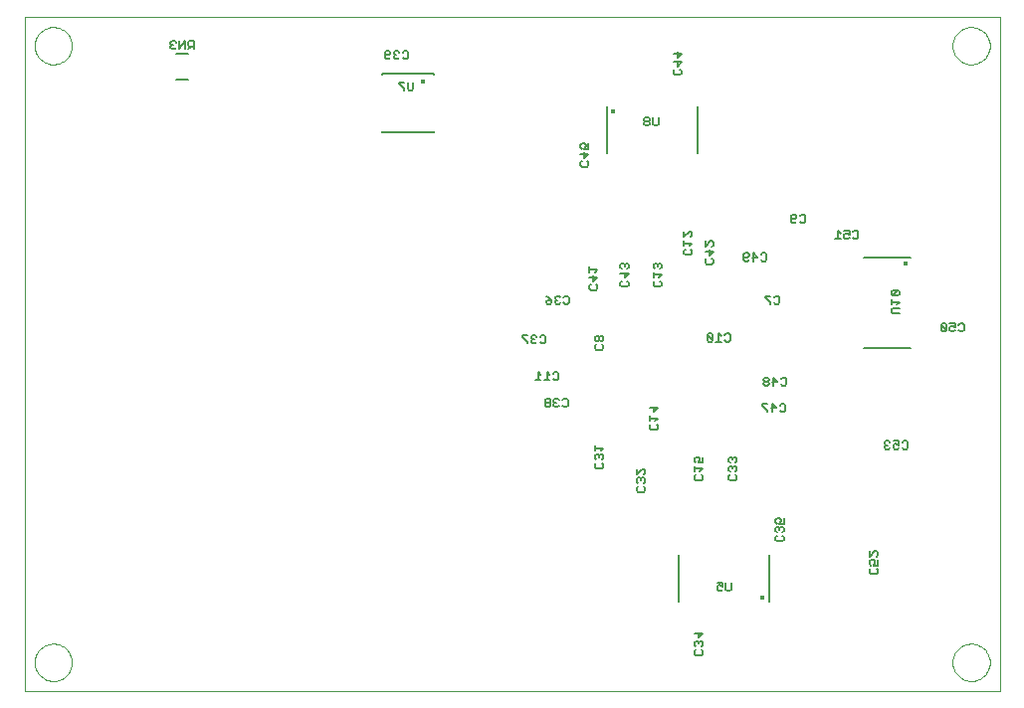
<source format=gbo>
G75*
%MOIN*%
%OFA0B0*%
%FSLAX24Y24*%
%IPPOS*%
%LPD*%
%AMOC8*
5,1,8,0,0,1.08239X$1,22.5*
%
%ADD10C,0.0000*%
%ADD11C,0.0050*%
%ADD12C,0.0157*%
D10*
X000873Y004647D02*
X000873Y027246D01*
X033550Y027246D01*
X033550Y004647D01*
X000873Y004647D01*
X001213Y005612D02*
X001215Y005662D01*
X001221Y005711D01*
X001231Y005760D01*
X001244Y005807D01*
X001262Y005854D01*
X001283Y005899D01*
X001307Y005942D01*
X001335Y005983D01*
X001366Y006022D01*
X001400Y006058D01*
X001437Y006092D01*
X001477Y006122D01*
X001518Y006149D01*
X001562Y006173D01*
X001607Y006193D01*
X001654Y006209D01*
X001702Y006222D01*
X001751Y006231D01*
X001801Y006236D01*
X001850Y006237D01*
X001900Y006234D01*
X001949Y006227D01*
X001998Y006216D01*
X002045Y006202D01*
X002091Y006183D01*
X002136Y006161D01*
X002179Y006136D01*
X002219Y006107D01*
X002257Y006075D01*
X002293Y006041D01*
X002326Y006003D01*
X002355Y005963D01*
X002381Y005921D01*
X002404Y005877D01*
X002423Y005831D01*
X002439Y005784D01*
X002451Y005735D01*
X002459Y005686D01*
X002463Y005637D01*
X002463Y005587D01*
X002459Y005538D01*
X002451Y005489D01*
X002439Y005440D01*
X002423Y005393D01*
X002404Y005347D01*
X002381Y005303D01*
X002355Y005261D01*
X002326Y005221D01*
X002293Y005183D01*
X002257Y005149D01*
X002219Y005117D01*
X002179Y005088D01*
X002136Y005063D01*
X002091Y005041D01*
X002045Y005022D01*
X001998Y005008D01*
X001949Y004997D01*
X001900Y004990D01*
X001850Y004987D01*
X001801Y004988D01*
X001751Y004993D01*
X001702Y005002D01*
X001654Y005015D01*
X001607Y005031D01*
X001562Y005051D01*
X001518Y005075D01*
X001477Y005102D01*
X001437Y005132D01*
X001400Y005166D01*
X001366Y005202D01*
X001335Y005241D01*
X001307Y005282D01*
X001283Y005325D01*
X001262Y005370D01*
X001244Y005417D01*
X001231Y005464D01*
X001221Y005513D01*
X001215Y005562D01*
X001213Y005612D01*
X001213Y026281D02*
X001215Y026331D01*
X001221Y026380D01*
X001231Y026429D01*
X001244Y026476D01*
X001262Y026523D01*
X001283Y026568D01*
X001307Y026611D01*
X001335Y026652D01*
X001366Y026691D01*
X001400Y026727D01*
X001437Y026761D01*
X001477Y026791D01*
X001518Y026818D01*
X001562Y026842D01*
X001607Y026862D01*
X001654Y026878D01*
X001702Y026891D01*
X001751Y026900D01*
X001801Y026905D01*
X001850Y026906D01*
X001900Y026903D01*
X001949Y026896D01*
X001998Y026885D01*
X002045Y026871D01*
X002091Y026852D01*
X002136Y026830D01*
X002179Y026805D01*
X002219Y026776D01*
X002257Y026744D01*
X002293Y026710D01*
X002326Y026672D01*
X002355Y026632D01*
X002381Y026590D01*
X002404Y026546D01*
X002423Y026500D01*
X002439Y026453D01*
X002451Y026404D01*
X002459Y026355D01*
X002463Y026306D01*
X002463Y026256D01*
X002459Y026207D01*
X002451Y026158D01*
X002439Y026109D01*
X002423Y026062D01*
X002404Y026016D01*
X002381Y025972D01*
X002355Y025930D01*
X002326Y025890D01*
X002293Y025852D01*
X002257Y025818D01*
X002219Y025786D01*
X002179Y025757D01*
X002136Y025732D01*
X002091Y025710D01*
X002045Y025691D01*
X001998Y025677D01*
X001949Y025666D01*
X001900Y025659D01*
X001850Y025656D01*
X001801Y025657D01*
X001751Y025662D01*
X001702Y025671D01*
X001654Y025684D01*
X001607Y025700D01*
X001562Y025720D01*
X001518Y025744D01*
X001477Y025771D01*
X001437Y025801D01*
X001400Y025835D01*
X001366Y025871D01*
X001335Y025910D01*
X001307Y025951D01*
X001283Y025994D01*
X001262Y026039D01*
X001244Y026086D01*
X001231Y026133D01*
X001221Y026182D01*
X001215Y026231D01*
X001213Y026281D01*
X031961Y026281D02*
X031963Y026331D01*
X031969Y026380D01*
X031979Y026429D01*
X031992Y026476D01*
X032010Y026523D01*
X032031Y026568D01*
X032055Y026611D01*
X032083Y026652D01*
X032114Y026691D01*
X032148Y026727D01*
X032185Y026761D01*
X032225Y026791D01*
X032266Y026818D01*
X032310Y026842D01*
X032355Y026862D01*
X032402Y026878D01*
X032450Y026891D01*
X032499Y026900D01*
X032549Y026905D01*
X032598Y026906D01*
X032648Y026903D01*
X032697Y026896D01*
X032746Y026885D01*
X032793Y026871D01*
X032839Y026852D01*
X032884Y026830D01*
X032927Y026805D01*
X032967Y026776D01*
X033005Y026744D01*
X033041Y026710D01*
X033074Y026672D01*
X033103Y026632D01*
X033129Y026590D01*
X033152Y026546D01*
X033171Y026500D01*
X033187Y026453D01*
X033199Y026404D01*
X033207Y026355D01*
X033211Y026306D01*
X033211Y026256D01*
X033207Y026207D01*
X033199Y026158D01*
X033187Y026109D01*
X033171Y026062D01*
X033152Y026016D01*
X033129Y025972D01*
X033103Y025930D01*
X033074Y025890D01*
X033041Y025852D01*
X033005Y025818D01*
X032967Y025786D01*
X032927Y025757D01*
X032884Y025732D01*
X032839Y025710D01*
X032793Y025691D01*
X032746Y025677D01*
X032697Y025666D01*
X032648Y025659D01*
X032598Y025656D01*
X032549Y025657D01*
X032499Y025662D01*
X032450Y025671D01*
X032402Y025684D01*
X032355Y025700D01*
X032310Y025720D01*
X032266Y025744D01*
X032225Y025771D01*
X032185Y025801D01*
X032148Y025835D01*
X032114Y025871D01*
X032083Y025910D01*
X032055Y025951D01*
X032031Y025994D01*
X032010Y026039D01*
X031992Y026086D01*
X031979Y026133D01*
X031969Y026182D01*
X031963Y026231D01*
X031961Y026281D01*
X031961Y005612D02*
X031963Y005662D01*
X031969Y005711D01*
X031979Y005760D01*
X031992Y005807D01*
X032010Y005854D01*
X032031Y005899D01*
X032055Y005942D01*
X032083Y005983D01*
X032114Y006022D01*
X032148Y006058D01*
X032185Y006092D01*
X032225Y006122D01*
X032266Y006149D01*
X032310Y006173D01*
X032355Y006193D01*
X032402Y006209D01*
X032450Y006222D01*
X032499Y006231D01*
X032549Y006236D01*
X032598Y006237D01*
X032648Y006234D01*
X032697Y006227D01*
X032746Y006216D01*
X032793Y006202D01*
X032839Y006183D01*
X032884Y006161D01*
X032927Y006136D01*
X032967Y006107D01*
X033005Y006075D01*
X033041Y006041D01*
X033074Y006003D01*
X033103Y005963D01*
X033129Y005921D01*
X033152Y005877D01*
X033171Y005831D01*
X033187Y005784D01*
X033199Y005735D01*
X033207Y005686D01*
X033211Y005637D01*
X033211Y005587D01*
X033207Y005538D01*
X033199Y005489D01*
X033187Y005440D01*
X033171Y005393D01*
X033152Y005347D01*
X033129Y005303D01*
X033103Y005261D01*
X033074Y005221D01*
X033041Y005183D01*
X033005Y005149D01*
X032967Y005117D01*
X032927Y005088D01*
X032884Y005063D01*
X032839Y005041D01*
X032793Y005022D01*
X032746Y005008D01*
X032697Y004997D01*
X032648Y004990D01*
X032598Y004987D01*
X032549Y004988D01*
X032499Y004993D01*
X032450Y005002D01*
X032402Y005015D01*
X032355Y005031D01*
X032310Y005051D01*
X032266Y005075D01*
X032225Y005102D01*
X032185Y005132D01*
X032148Y005166D01*
X032114Y005202D01*
X032083Y005241D01*
X032055Y005282D01*
X032031Y005325D01*
X032010Y005370D01*
X031992Y005417D01*
X031979Y005464D01*
X031969Y005513D01*
X031963Y005562D01*
X031961Y005612D01*
D11*
X029411Y008570D02*
X029230Y008570D01*
X029185Y008615D01*
X029185Y008705D01*
X029230Y008750D01*
X029230Y008865D02*
X029185Y008910D01*
X029185Y009000D01*
X029230Y009045D01*
X029321Y009045D01*
X029366Y009000D01*
X029366Y008955D01*
X029321Y008865D01*
X029456Y008865D01*
X029456Y009045D01*
X029411Y009159D02*
X029456Y009204D01*
X029456Y009294D01*
X029411Y009339D01*
X029366Y009339D01*
X029185Y009159D01*
X029185Y009339D01*
X029411Y008750D02*
X029456Y008705D01*
X029456Y008615D01*
X029411Y008570D01*
X026306Y009717D02*
X026261Y009672D01*
X026081Y009672D01*
X026036Y009717D01*
X026036Y009807D01*
X026081Y009852D01*
X026081Y009967D02*
X026036Y010012D01*
X026036Y010102D01*
X026081Y010147D01*
X026126Y010147D01*
X026171Y010102D01*
X026171Y010057D01*
X026171Y010102D02*
X026216Y010147D01*
X026261Y010147D01*
X026306Y010102D01*
X026306Y010012D01*
X026261Y009967D01*
X026261Y009852D02*
X026306Y009807D01*
X026306Y009717D01*
X025814Y009214D02*
X025814Y007639D01*
X024549Y008064D02*
X024504Y008019D01*
X024414Y008019D01*
X024369Y008064D01*
X024369Y008289D01*
X024254Y008289D02*
X024254Y008154D01*
X024164Y008199D01*
X024119Y008199D01*
X024074Y008154D01*
X024074Y008064D01*
X024119Y008019D01*
X024209Y008019D01*
X024254Y008064D01*
X024254Y008289D02*
X024074Y008289D01*
X024549Y008289D02*
X024549Y008064D01*
X022782Y007639D02*
X022782Y009214D01*
X021615Y011326D02*
X021435Y011326D01*
X021390Y011371D01*
X021390Y011461D01*
X021435Y011506D01*
X021435Y011620D02*
X021390Y011665D01*
X021390Y011756D01*
X021435Y011801D01*
X021480Y011801D01*
X021525Y011756D01*
X021525Y011711D01*
X021525Y011756D02*
X021570Y011801D01*
X021615Y011801D01*
X021660Y011756D01*
X021660Y011665D01*
X021615Y011620D01*
X021615Y011506D02*
X021660Y011461D01*
X021660Y011371D01*
X021615Y011326D01*
X021615Y011915D02*
X021660Y011960D01*
X021660Y012050D01*
X021615Y012095D01*
X021570Y012095D01*
X021390Y011915D01*
X021390Y012095D01*
X020263Y012158D02*
X020218Y012113D01*
X020038Y012113D01*
X019993Y012158D01*
X019993Y012248D01*
X020038Y012293D01*
X020038Y012408D02*
X019993Y012453D01*
X019993Y012543D01*
X020038Y012588D01*
X020083Y012588D01*
X020128Y012543D01*
X020128Y012498D01*
X020128Y012543D02*
X020173Y012588D01*
X020218Y012588D01*
X020263Y012543D01*
X020263Y012453D01*
X020218Y012408D01*
X020218Y012293D02*
X020263Y012248D01*
X020263Y012158D01*
X020173Y012702D02*
X020263Y012793D01*
X019993Y012793D01*
X019993Y012883D02*
X019993Y012702D01*
X021823Y013457D02*
X021823Y013548D01*
X021868Y013593D01*
X021823Y013707D02*
X021823Y013887D01*
X021823Y013797D02*
X022093Y013797D01*
X022003Y013707D01*
X022048Y013593D02*
X022093Y013548D01*
X022093Y013457D01*
X022048Y013412D01*
X021868Y013412D01*
X021823Y013457D01*
X021958Y014002D02*
X021958Y014182D01*
X021823Y014137D02*
X022093Y014137D01*
X021958Y014002D01*
X023364Y012489D02*
X023319Y012444D01*
X023319Y012354D01*
X023364Y012309D01*
X023454Y012309D02*
X023499Y012399D01*
X023499Y012444D01*
X023454Y012489D01*
X023364Y012489D01*
X023454Y012309D02*
X023590Y012309D01*
X023590Y012489D01*
X023590Y012104D02*
X023319Y012104D01*
X023319Y012014D02*
X023319Y012194D01*
X023499Y012014D02*
X023590Y012104D01*
X023544Y011900D02*
X023590Y011855D01*
X023590Y011765D01*
X023544Y011719D01*
X023364Y011719D01*
X023319Y011765D01*
X023319Y011855D01*
X023364Y011900D01*
X024461Y011855D02*
X024506Y011900D01*
X024461Y011855D02*
X024461Y011765D01*
X024506Y011719D01*
X024686Y011719D01*
X024731Y011765D01*
X024731Y011855D01*
X024686Y011900D01*
X024686Y012014D02*
X024731Y012059D01*
X024731Y012149D01*
X024686Y012194D01*
X024641Y012194D01*
X024596Y012149D01*
X024551Y012194D01*
X024506Y012194D01*
X024461Y012149D01*
X024461Y012059D01*
X024506Y012014D01*
X024596Y012104D02*
X024596Y012149D01*
X024506Y012309D02*
X024461Y012354D01*
X024461Y012444D01*
X024506Y012489D01*
X024551Y012489D01*
X024596Y012444D01*
X024596Y012399D01*
X024596Y012444D02*
X024641Y012489D01*
X024686Y012489D01*
X024731Y012444D01*
X024731Y012354D01*
X024686Y012309D01*
X025771Y014003D02*
X025771Y014048D01*
X025590Y014228D01*
X025590Y014273D01*
X025771Y014273D01*
X025930Y014273D02*
X026065Y014138D01*
X025885Y014138D01*
X025930Y014003D02*
X025930Y014273D01*
X026180Y014228D02*
X026225Y014273D01*
X026315Y014273D01*
X026360Y014228D01*
X026360Y014048D01*
X026315Y014003D01*
X026225Y014003D01*
X026180Y014048D01*
X026264Y014889D02*
X026219Y014934D01*
X026264Y014889D02*
X026354Y014889D01*
X026399Y014934D01*
X026399Y015114D01*
X026354Y015159D01*
X026264Y015159D01*
X026219Y015114D01*
X026105Y015024D02*
X025924Y015024D01*
X025810Y015069D02*
X025810Y015114D01*
X025765Y015159D01*
X025675Y015159D01*
X025630Y015114D01*
X025630Y015069D01*
X025675Y015024D01*
X025765Y015024D01*
X025810Y015069D01*
X025765Y015024D02*
X025810Y014979D01*
X025810Y014934D01*
X025765Y014889D01*
X025675Y014889D01*
X025630Y014934D01*
X025630Y014979D01*
X025675Y015024D01*
X025969Y014889D02*
X025969Y015159D01*
X026105Y015024D01*
X024509Y016410D02*
X024464Y016365D01*
X024374Y016365D01*
X024329Y016410D01*
X024215Y016365D02*
X024035Y016365D01*
X024125Y016365D02*
X024125Y016635D01*
X024215Y016545D01*
X024329Y016590D02*
X024374Y016635D01*
X024464Y016635D01*
X024509Y016590D01*
X024509Y016410D01*
X023920Y016410D02*
X023875Y016365D01*
X023785Y016365D01*
X023740Y016410D01*
X023740Y016590D01*
X023920Y016410D01*
X023920Y016590D01*
X023875Y016635D01*
X023785Y016635D01*
X023740Y016590D01*
X025688Y017850D02*
X025868Y017670D01*
X025868Y017625D01*
X025983Y017670D02*
X026028Y017625D01*
X026118Y017625D01*
X026163Y017670D01*
X026163Y017850D01*
X026118Y017895D01*
X026028Y017895D01*
X025983Y017850D01*
X025868Y017895D02*
X025688Y017895D01*
X025688Y017850D01*
X025685Y019062D02*
X025595Y019062D01*
X025550Y019107D01*
X025685Y019062D02*
X025730Y019107D01*
X025730Y019287D01*
X025685Y019332D01*
X025595Y019332D01*
X025550Y019287D01*
X025435Y019197D02*
X025255Y019197D01*
X025141Y019242D02*
X025096Y019197D01*
X024960Y019197D01*
X024960Y019107D02*
X024960Y019287D01*
X025006Y019332D01*
X025096Y019332D01*
X025141Y019287D01*
X025141Y019242D01*
X025141Y019107D02*
X025096Y019062D01*
X025006Y019062D01*
X024960Y019107D01*
X025300Y019062D02*
X025300Y019332D01*
X025435Y019197D01*
X023944Y019099D02*
X023944Y019009D01*
X023899Y018964D01*
X023719Y018964D01*
X023674Y019009D01*
X023674Y019099D01*
X023719Y019144D01*
X023809Y019258D02*
X023809Y019438D01*
X023944Y019393D02*
X023809Y019258D01*
X023899Y019144D02*
X023944Y019099D01*
X023944Y019393D02*
X023674Y019393D01*
X023674Y019553D02*
X023854Y019733D01*
X023899Y019733D01*
X023944Y019688D01*
X023944Y019598D01*
X023899Y019553D01*
X023674Y019553D02*
X023674Y019733D01*
X023235Y019663D02*
X022965Y019663D01*
X022965Y019573D02*
X022965Y019753D01*
X022965Y019868D02*
X023145Y020048D01*
X023190Y020048D01*
X023235Y020003D01*
X023235Y019913D01*
X023190Y019868D01*
X023235Y019663D02*
X023145Y019573D01*
X023190Y019459D02*
X023235Y019414D01*
X023235Y019324D01*
X023190Y019279D01*
X023010Y019279D01*
X022965Y019324D01*
X022965Y019414D01*
X023010Y019459D01*
X022965Y019868D02*
X022965Y020048D01*
X022167Y018985D02*
X022121Y018985D01*
X022076Y018940D01*
X022031Y018985D01*
X021986Y018985D01*
X021941Y018940D01*
X021941Y018850D01*
X021986Y018805D01*
X021941Y018690D02*
X021941Y018510D01*
X021941Y018600D02*
X022212Y018600D01*
X022121Y018510D01*
X022167Y018396D02*
X022212Y018351D01*
X022212Y018261D01*
X022167Y018216D01*
X021986Y018216D01*
X021941Y018261D01*
X021941Y018351D01*
X021986Y018396D01*
X022167Y018805D02*
X022212Y018850D01*
X022212Y018940D01*
X022167Y018985D01*
X022076Y018940D02*
X022076Y018895D01*
X021109Y018850D02*
X021109Y018940D01*
X021064Y018985D01*
X021019Y018985D01*
X020974Y018940D01*
X020929Y018985D01*
X020884Y018985D01*
X020839Y018940D01*
X020839Y018850D01*
X020884Y018805D01*
X020974Y018895D02*
X020974Y018940D01*
X021064Y018805D02*
X021109Y018850D01*
X021109Y018645D02*
X020974Y018510D01*
X020974Y018690D01*
X020839Y018645D02*
X021109Y018645D01*
X021064Y018396D02*
X021109Y018351D01*
X021109Y018261D01*
X021064Y018216D01*
X020884Y018216D01*
X020839Y018261D01*
X020839Y018351D01*
X020884Y018396D01*
X020066Y018527D02*
X019931Y018392D01*
X019931Y018572D01*
X019976Y018687D02*
X020066Y018777D01*
X019796Y018777D01*
X019796Y018687D02*
X019796Y018867D01*
X019796Y018527D02*
X020066Y018527D01*
X020021Y018278D02*
X020066Y018233D01*
X020066Y018142D01*
X020021Y018097D01*
X019841Y018097D01*
X019796Y018142D01*
X019796Y018233D01*
X019841Y018278D01*
X019116Y017850D02*
X019116Y017670D01*
X019071Y017625D01*
X018981Y017625D01*
X018936Y017670D01*
X018821Y017670D02*
X018776Y017625D01*
X018686Y017625D01*
X018641Y017670D01*
X018641Y017715D01*
X018686Y017760D01*
X018731Y017760D01*
X018686Y017760D02*
X018641Y017805D01*
X018641Y017850D01*
X018686Y017895D01*
X018776Y017895D01*
X018821Y017850D01*
X018936Y017850D02*
X018981Y017895D01*
X019071Y017895D01*
X019116Y017850D01*
X018526Y017760D02*
X018391Y017760D01*
X018346Y017715D01*
X018346Y017670D01*
X018391Y017625D01*
X018481Y017625D01*
X018526Y017670D01*
X018526Y017760D01*
X018436Y017850D01*
X018346Y017895D01*
X018283Y016576D02*
X018328Y016531D01*
X018328Y016351D01*
X018283Y016306D01*
X018193Y016306D01*
X018148Y016351D01*
X018034Y016351D02*
X017989Y016306D01*
X017899Y016306D01*
X017854Y016351D01*
X017854Y016396D01*
X017899Y016441D01*
X017944Y016441D01*
X017899Y016441D02*
X017854Y016486D01*
X017854Y016531D01*
X017899Y016576D01*
X017989Y016576D01*
X018034Y016531D01*
X018148Y016531D02*
X018193Y016576D01*
X018283Y016576D01*
X017739Y016576D02*
X017559Y016576D01*
X017559Y016531D01*
X017739Y016351D01*
X017739Y016306D01*
X018082Y015336D02*
X018082Y015066D01*
X018172Y015066D02*
X017992Y015066D01*
X018172Y015246D02*
X018082Y015336D01*
X018377Y015336D02*
X018377Y015066D01*
X018467Y015066D02*
X018287Y015066D01*
X018467Y015246D02*
X018377Y015336D01*
X018581Y015291D02*
X018626Y015336D01*
X018716Y015336D01*
X018761Y015291D01*
X018761Y015111D01*
X018716Y015066D01*
X018626Y015066D01*
X018581Y015111D01*
X018647Y014450D02*
X018602Y014405D01*
X018602Y014360D01*
X018647Y014315D01*
X018602Y014270D01*
X018602Y014225D01*
X018647Y014180D01*
X018737Y014180D01*
X018782Y014225D01*
X018896Y014225D02*
X018941Y014180D01*
X019031Y014180D01*
X019076Y014225D01*
X019076Y014405D01*
X019031Y014450D01*
X018941Y014450D01*
X018896Y014405D01*
X018782Y014405D02*
X018737Y014450D01*
X018647Y014450D01*
X018647Y014315D02*
X018692Y014315D01*
X018487Y014270D02*
X018442Y014315D01*
X018352Y014315D01*
X018307Y014270D01*
X018307Y014225D01*
X018352Y014180D01*
X018442Y014180D01*
X018487Y014225D01*
X018487Y014270D01*
X018442Y014315D02*
X018487Y014360D01*
X018487Y014405D01*
X018442Y014450D01*
X018352Y014450D01*
X018307Y014405D01*
X018307Y014360D01*
X018352Y014315D01*
X020038Y016090D02*
X019993Y016135D01*
X019993Y016225D01*
X020038Y016270D01*
X020038Y016384D02*
X020083Y016384D01*
X020128Y016429D01*
X020128Y016519D01*
X020083Y016564D01*
X020038Y016564D01*
X019993Y016519D01*
X019993Y016429D01*
X020038Y016384D01*
X020128Y016429D02*
X020173Y016384D01*
X020218Y016384D01*
X020263Y016429D01*
X020263Y016519D01*
X020218Y016564D01*
X020173Y016564D01*
X020128Y016519D01*
X020218Y016270D02*
X020263Y016225D01*
X020263Y016135D01*
X020218Y016090D01*
X020038Y016090D01*
X026554Y020387D02*
X026554Y020567D01*
X026599Y020612D01*
X026689Y020612D01*
X026734Y020567D01*
X026734Y020522D01*
X026689Y020477D01*
X026554Y020477D01*
X026554Y020387D02*
X026599Y020342D01*
X026689Y020342D01*
X026734Y020387D01*
X026849Y020387D02*
X026894Y020342D01*
X026984Y020342D01*
X027029Y020387D01*
X027029Y020567D01*
X026984Y020612D01*
X026894Y020612D01*
X026849Y020567D01*
X028121Y020080D02*
X028121Y019810D01*
X028211Y019810D02*
X028031Y019810D01*
X028211Y019990D02*
X028121Y020080D01*
X028326Y020080D02*
X028506Y020080D01*
X028506Y019945D01*
X028416Y019990D01*
X028371Y019990D01*
X028326Y019945D01*
X028326Y019855D01*
X028371Y019810D01*
X028461Y019810D01*
X028506Y019855D01*
X028621Y019855D02*
X028666Y019810D01*
X028756Y019810D01*
X028801Y019855D01*
X028801Y020035D01*
X028756Y020080D01*
X028666Y020080D01*
X028621Y020035D01*
X028983Y019194D02*
X030558Y019194D01*
X030139Y018079D02*
X029959Y017899D01*
X029914Y017944D01*
X029914Y018034D01*
X029959Y018079D01*
X030139Y018079D01*
X030184Y018034D01*
X030184Y017944D01*
X030139Y017899D01*
X029959Y017899D01*
X029914Y017785D02*
X029914Y017605D01*
X029914Y017695D02*
X030184Y017695D01*
X030094Y017605D01*
X030184Y017490D02*
X029959Y017490D01*
X029914Y017445D01*
X029914Y017355D01*
X029959Y017310D01*
X030184Y017310D01*
X031575Y016925D02*
X031755Y016745D01*
X031710Y016700D01*
X031620Y016700D01*
X031575Y016745D01*
X031575Y016925D01*
X031620Y016970D01*
X031710Y016970D01*
X031755Y016925D01*
X031755Y016745D01*
X031869Y016745D02*
X031914Y016700D01*
X032004Y016700D01*
X032049Y016745D01*
X032049Y016835D02*
X031959Y016880D01*
X031914Y016880D01*
X031869Y016835D01*
X031869Y016745D01*
X032049Y016835D02*
X032049Y016970D01*
X031869Y016970D01*
X032164Y016925D02*
X032209Y016970D01*
X032299Y016970D01*
X032344Y016925D01*
X032344Y016745D01*
X032299Y016700D01*
X032209Y016700D01*
X032164Y016745D01*
X030558Y016163D02*
X028983Y016163D01*
X029730Y013033D02*
X029685Y012988D01*
X029685Y012943D01*
X029730Y012898D01*
X029685Y012853D01*
X029685Y012808D01*
X029730Y012763D01*
X029820Y012763D01*
X029865Y012808D01*
X029980Y012808D02*
X030025Y012763D01*
X030115Y012763D01*
X030160Y012808D01*
X030160Y012898D02*
X030070Y012943D01*
X030025Y012943D01*
X029980Y012898D01*
X029980Y012808D01*
X030160Y012898D02*
X030160Y013033D01*
X029980Y013033D01*
X029865Y012988D02*
X029820Y013033D01*
X029730Y013033D01*
X029730Y012898D02*
X029775Y012898D01*
X030274Y012988D02*
X030319Y013033D01*
X030409Y013033D01*
X030454Y012988D01*
X030454Y012808D01*
X030409Y012763D01*
X030319Y012763D01*
X030274Y012808D01*
X026306Y010442D02*
X026306Y010262D01*
X026171Y010262D01*
X026216Y010352D01*
X026216Y010397D01*
X026171Y010442D01*
X026081Y010442D01*
X026036Y010397D01*
X026036Y010307D01*
X026081Y010262D01*
X023590Y006578D02*
X023454Y006443D01*
X023454Y006623D01*
X023319Y006578D02*
X023590Y006578D01*
X023544Y006328D02*
X023499Y006328D01*
X023454Y006283D01*
X023409Y006328D01*
X023364Y006328D01*
X023319Y006283D01*
X023319Y006193D01*
X023364Y006148D01*
X023364Y006034D02*
X023319Y005988D01*
X023319Y005898D01*
X023364Y005853D01*
X023544Y005853D01*
X023590Y005898D01*
X023590Y005988D01*
X023544Y006034D01*
X023544Y006148D02*
X023590Y006193D01*
X023590Y006283D01*
X023544Y006328D01*
X023454Y006283D02*
X023454Y006238D01*
X019726Y022231D02*
X019545Y022231D01*
X019500Y022276D01*
X019500Y022366D01*
X019545Y022411D01*
X019636Y022526D02*
X019636Y022706D01*
X019636Y022821D02*
X019681Y022911D01*
X019681Y022956D01*
X019636Y023001D01*
X019545Y023001D01*
X019500Y022956D01*
X019500Y022866D01*
X019545Y022821D01*
X019636Y022821D02*
X019771Y022821D01*
X019771Y023001D01*
X019771Y022661D02*
X019636Y022526D01*
X019726Y022411D02*
X019771Y022366D01*
X019771Y022276D01*
X019726Y022231D01*
X019771Y022661D02*
X019500Y022661D01*
X020381Y022679D02*
X020381Y024254D01*
X021633Y023834D02*
X021633Y023789D01*
X021678Y023744D01*
X021768Y023744D01*
X021813Y023789D01*
X021813Y023834D01*
X021768Y023879D01*
X021678Y023879D01*
X021633Y023834D01*
X021678Y023744D02*
X021633Y023699D01*
X021633Y023654D01*
X021678Y023609D01*
X021768Y023609D01*
X021813Y023654D01*
X021813Y023699D01*
X021768Y023744D01*
X021928Y023654D02*
X021928Y023879D01*
X022108Y023879D02*
X022108Y023654D01*
X022063Y023609D01*
X021973Y023609D01*
X021928Y023654D01*
X023412Y024254D02*
X023412Y022679D01*
X022836Y025302D02*
X022656Y025302D01*
X022611Y025347D01*
X022611Y025437D01*
X022656Y025482D01*
X022746Y025597D02*
X022746Y025777D01*
X022746Y025891D02*
X022746Y026072D01*
X022881Y026027D02*
X022746Y025891D01*
X022611Y026027D02*
X022881Y026027D01*
X022881Y025732D02*
X022746Y025597D01*
X022836Y025482D02*
X022881Y025437D01*
X022881Y025347D01*
X022836Y025302D01*
X022881Y025732D02*
X022611Y025732D01*
X014574Y025356D02*
X012842Y025356D01*
X012842Y025317D01*
X012998Y025834D02*
X012953Y025879D01*
X012953Y026059D01*
X012998Y026104D01*
X013088Y026104D01*
X013133Y026059D01*
X013133Y026014D01*
X013088Y025969D01*
X012953Y025969D01*
X012998Y025834D02*
X013088Y025834D01*
X013133Y025879D01*
X013247Y025879D02*
X013292Y025834D01*
X013382Y025834D01*
X013427Y025879D01*
X013542Y025879D02*
X013587Y025834D01*
X013677Y025834D01*
X013722Y025879D01*
X013722Y026059D01*
X013677Y026104D01*
X013587Y026104D01*
X013542Y026059D01*
X013427Y026059D02*
X013382Y026104D01*
X013292Y026104D01*
X013247Y026059D01*
X013247Y026014D01*
X013292Y025969D01*
X013247Y025924D01*
X013247Y025879D01*
X013292Y025969D02*
X013337Y025969D01*
X013424Y025061D02*
X013424Y025016D01*
X013605Y024835D01*
X013605Y024790D01*
X013719Y024835D02*
X013719Y025061D01*
X013605Y025061D02*
X013424Y025061D01*
X013719Y024835D02*
X013764Y024790D01*
X013854Y024790D01*
X013899Y024835D01*
X013899Y025061D01*
X014574Y025317D02*
X014574Y025356D01*
X014574Y023427D02*
X014574Y023387D01*
X012842Y023387D01*
X012842Y023427D01*
X006540Y026168D02*
X006540Y026439D01*
X006405Y026439D01*
X006360Y026394D01*
X006360Y026303D01*
X006405Y026258D01*
X006540Y026258D01*
X006450Y026258D02*
X006360Y026168D01*
X006246Y026168D02*
X006246Y026439D01*
X006066Y026168D01*
X006066Y026439D01*
X005951Y026394D02*
X005906Y026439D01*
X005816Y026439D01*
X005771Y026394D01*
X005771Y026348D01*
X005816Y026303D01*
X005771Y026258D01*
X005771Y026213D01*
X005816Y026168D01*
X005906Y026168D01*
X005951Y026213D01*
X005861Y026303D02*
X005816Y026303D01*
X005968Y026025D02*
X006362Y026025D01*
X006362Y025159D02*
X005968Y025159D01*
D12*
X014219Y025080D03*
X020597Y024096D03*
X030401Y018978D03*
X025597Y007797D03*
M02*

</source>
